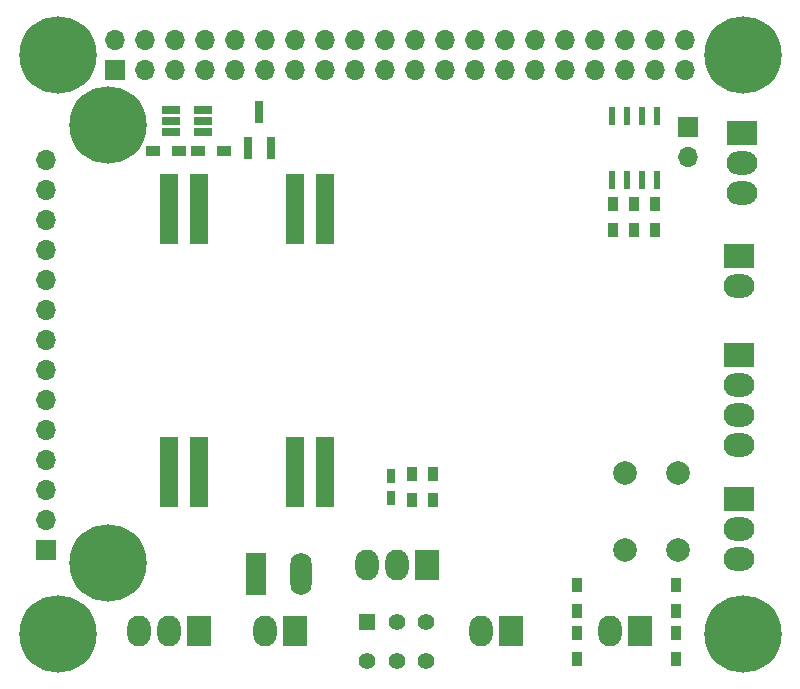
<source format=gts>
G04 #@! TF.FileFunction,Soldermask,Top*
%FSLAX46Y46*%
G04 Gerber Fmt 4.6, Leading zero omitted, Abs format (unit mm)*
G04 Created by KiCad (PCBNEW 4.0.7-e2-6376~58~ubuntu16.04.1) date Mon Mar 19 23:41:14 2018*
%MOMM*%
%LPD*%
G01*
G04 APERTURE LIST*
%ADD10C,0.100000*%
%ADD11R,1.524000X6.000000*%
%ADD12C,6.550000*%
%ADD13R,0.750000X1.200000*%
%ADD14R,0.900000X1.200000*%
%ADD15R,2.600000X2.000000*%
%ADD16O,2.600000X2.000000*%
%ADD17R,2.000000X2.600000*%
%ADD18O,2.000000X2.600000*%
%ADD19R,1.727200X1.727200*%
%ADD20O,1.700000X1.700000*%
%ADD21R,1.700000X1.700000*%
%ADD22R,1.400000X1.400000*%
%ADD23C,1.400000*%
%ADD24R,0.600000X1.550000*%
%ADD25R,1.800000X3.600000*%
%ADD26O,1.800000X3.600000*%
%ADD27R,1.560000X0.650000*%
%ADD28R,1.200000X0.900000*%
%ADD29R,0.800000X1.900000*%
%ADD30C,2.000000*%
G04 APERTURE END LIST*
D10*
D11*
X130302000Y-105886000D03*
X138430000Y-83598000D03*
X130302000Y-83598000D03*
X127762000Y-105886000D03*
X138430000Y-105886000D03*
X140970000Y-105886000D03*
X140970000Y-83598000D03*
X127762000Y-83598000D03*
D12*
X176318200Y-70611500D03*
X176318200Y-119611500D03*
X118318200Y-119611500D03*
X118318200Y-70611500D03*
D13*
X146558000Y-106238000D03*
X146558000Y-108138000D03*
D14*
X162306000Y-119550000D03*
X162306000Y-121750000D03*
X170688000Y-119550000D03*
X170688000Y-121750000D03*
D15*
X176276000Y-77216000D03*
D16*
X176276000Y-79756000D03*
X176276000Y-82296000D03*
D17*
X156718000Y-119380000D03*
D18*
X154178000Y-119380000D03*
D17*
X167640000Y-119380000D03*
D18*
X165100000Y-119380000D03*
D17*
X149606000Y-113792000D03*
D18*
X147066000Y-113792000D03*
X144526000Y-113792000D03*
D17*
X130302000Y-119380000D03*
D18*
X127762000Y-119380000D03*
X125222000Y-119380000D03*
D19*
X123188200Y-71881500D03*
D20*
X123188200Y-69341500D03*
X125728200Y-71881500D03*
X125728200Y-69341500D03*
X128268200Y-71881500D03*
X128268200Y-69341500D03*
X130808200Y-71881500D03*
X130808200Y-69341500D03*
X133348200Y-71881500D03*
X133348200Y-69341500D03*
X135888200Y-71881500D03*
X135888200Y-69341500D03*
X138428200Y-71881500D03*
X138428200Y-69341500D03*
X140968200Y-71881500D03*
X140968200Y-69341500D03*
X143508200Y-71881500D03*
X143508200Y-69341500D03*
X146048200Y-71881500D03*
X146048200Y-69341500D03*
X148588200Y-71881500D03*
X148588200Y-69341500D03*
X151128200Y-71881500D03*
X151128200Y-69341500D03*
X153668200Y-71881500D03*
X153668200Y-69341500D03*
X156208200Y-71881500D03*
X156208200Y-69341500D03*
X158748200Y-71881500D03*
X158748200Y-69341500D03*
X161288200Y-71881500D03*
X161288200Y-69341500D03*
X163828200Y-71881500D03*
X163828200Y-69341500D03*
X166368200Y-71881500D03*
X166368200Y-69341500D03*
X168908200Y-71881500D03*
X168908200Y-69341500D03*
X171448200Y-71881500D03*
X171448200Y-69341500D03*
D15*
X176022000Y-96012000D03*
D16*
X176022000Y-98552000D03*
X176022000Y-101092000D03*
X176022000Y-103632000D03*
D15*
X176022000Y-87630000D03*
D16*
X176022000Y-90170000D03*
D21*
X171704000Y-76708000D03*
D20*
X171704000Y-79248000D03*
D14*
X162306000Y-115486000D03*
X162306000Y-117686000D03*
X170688000Y-115486000D03*
X170688000Y-117686000D03*
X148336000Y-108288000D03*
X148336000Y-106088000D03*
X150114000Y-108288000D03*
X150114000Y-106088000D03*
X168910000Y-85428000D03*
X168910000Y-83228000D03*
X165354000Y-85428000D03*
X165354000Y-83228000D03*
X167132000Y-85428000D03*
X167132000Y-83228000D03*
D22*
X144526000Y-118618000D03*
D23*
X147026000Y-118618000D03*
X149526000Y-118618000D03*
X144526000Y-121918000D03*
X147026000Y-121918000D03*
X149526000Y-121918000D03*
D24*
X169037000Y-75786000D03*
X167767000Y-75786000D03*
X166497000Y-75786000D03*
X165227000Y-75786000D03*
X165227000Y-81186000D03*
X166497000Y-81186000D03*
X167767000Y-81186000D03*
X169037000Y-81186000D03*
D17*
X138430000Y-119380000D03*
D18*
X135890000Y-119380000D03*
D15*
X176022000Y-108204000D03*
D16*
X176022000Y-110744000D03*
X176022000Y-113284000D03*
D25*
X135128000Y-114554000D03*
D26*
X138938000Y-114554000D03*
D21*
X117348000Y-112522000D03*
D20*
X117348000Y-109982000D03*
X117348000Y-107442000D03*
X117348000Y-104902000D03*
X117348000Y-102362000D03*
X117348000Y-99822000D03*
X117348000Y-97282000D03*
X117348000Y-94742000D03*
X117348000Y-92202000D03*
X117348000Y-89662000D03*
X117348000Y-87122000D03*
X117348000Y-84582000D03*
X117348000Y-82042000D03*
X117348000Y-79502000D03*
D27*
X127936000Y-75250000D03*
X127936000Y-76200000D03*
X127936000Y-77150000D03*
X130636000Y-77150000D03*
X130636000Y-75250000D03*
X130636000Y-76200000D03*
D28*
X126408000Y-78740000D03*
X128608000Y-78740000D03*
X132418000Y-78740000D03*
X130218000Y-78740000D03*
D12*
X122542300Y-76504800D03*
X122570240Y-113588800D03*
D29*
X134432000Y-78462000D03*
X136332000Y-78462000D03*
X135382000Y-75462000D03*
D30*
X170870000Y-112522000D03*
X166370000Y-112522000D03*
X170870000Y-106022000D03*
X166370000Y-106022000D03*
M02*

</source>
